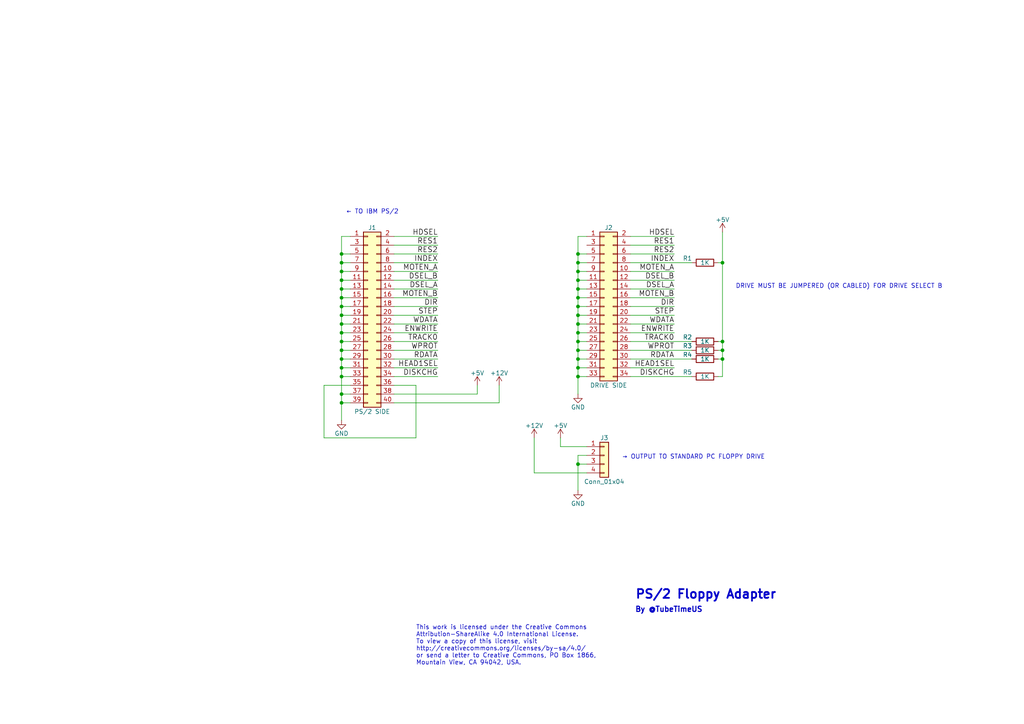
<source format=kicad_sch>
(kicad_sch (version 20230121) (generator eeschema)
  (paper "A4")
  (lib_symbols
    (symbol "Connector_Generic:Conn_01x04" (pin_names (offset 1.016) hide)
      (property "Reference" "J" (at 0 5.08 0))
      (property "Value" "Conn_01x04" (at 0 -7.62 0))
      (symbol "Conn_01x04_1_1"
        (rectangle (start -1.27 -4.953) (end 0 -5.207) (stroke (width 0.1524)))
        (rectangle (start -1.27 -2.413) (end 0 -2.667) (stroke (width 0.1524)))
        (rectangle (start -1.27 0.127) (end 0 -0.127) (stroke (width 0.1524)))
        (rectangle (start -1.27 2.667) (end 0 2.413) (stroke (width 0.1524)))
        (rectangle (start -1.27 3.81) (end 1.27 -6.35) (stroke (width 0.254)) (fill (type background)))
        (pin passive line (at -5.08 2.54 0) (length 3.81) (name "Pin_1") (number "1"))
        (pin passive line (at -5.08 0 0) (length 3.81) (name "Pin_2") (number "2"))
        (pin passive line (at -5.08 -2.54 0) (length 3.81) (name "Pin_3") (number "3"))
        (pin passive line (at -5.08 -5.08 0) (length 3.81) (name "Pin_4") (number "4"))
      )
    )
    (symbol "Connector_Generic:Conn_02x17_Odd_Even" (pin_names (offset 1.016) hide)
      (property "Reference" "J" (at 1.27 22.86 0))
      (property "Value" "Conn_02x17_Odd_Even" (at 1.27 -22.86 0))
      (symbol "Conn_02x17_Odd_Even_1_1"
        (rectangle (start -1.27 -20.193) (end 0 -20.447) (stroke (width 0.1524)))
        (rectangle (start -1.27 -17.653) (end 0 -17.907) (stroke (width 0.1524)))
        (rectangle (start -1.27 -15.113) (end 0 -15.367) (stroke (width 0.1524)))
        (rectangle (start -1.27 -12.573) (end 0 -12.827) (stroke (width 0.1524)))
        (rectangle (start -1.27 -10.033) (end 0 -10.287) (stroke (width 0.1524)))
        (rectangle (start -1.27 -7.493) (end 0 -7.747) (stroke (width 0.1524)))
        (rectangle (start -1.27 -4.953) (end 0 -5.207) (stroke (width 0.1524)))
        (rectangle (start -1.27 -2.413) (end 0 -2.667) (stroke (width 0.1524)))
        (rectangle (start -1.27 0.127) (end 0 -0.127) (stroke (width 0.1524)))
        (rectangle (start -1.27 2.667) (end 0 2.413) (stroke (width 0.1524)))
        (rectangle (start -1.27 5.207) (end 0 4.953) (stroke (width 0.1524)))
        (rectangle (start -1.27 7.747) (end 0 7.493) (stroke (width 0.1524)))
        (rectangle (start -1.27 10.287) (end 0 10.033) (stroke (width 0.1524)))
        (rectangle (start -1.27 12.827) (end 0 12.573) (stroke (width 0.1524)))
        (rectangle (start -1.27 15.367) (end 0 15.113) (stroke (width 0.1524)))
        (rectangle (start -1.27 17.907) (end 0 17.653) (stroke (width 0.1524)))
        (rectangle (start -1.27 20.447) (end 0 20.193) (stroke (width 0.1524)))
        (rectangle (start -1.27 21.59) (end 3.81 -21.59) (stroke (width 0.254)) (fill (type background)))
        (rectangle (start 3.81 -20.193) (end 2.54 -20.447) (stroke (width 0.1524)))
        (rectangle (start 3.81 -17.653) (end 2.54 -17.907) (stroke (width 0.1524)))
        (rectangle (start 3.81 -15.113) (end 2.54 -15.367) (stroke (width 0.1524)))
        (rectangle (start 3.81 -12.573) (end 2.54 -12.827) (stroke (width 0.1524)))
        (rectangle (start 3.81 -10.033) (end 2.54 -10.287) (stroke (width 0.1524)))
        (rectangle (start 3.81 -7.493) (end 2.54 -7.747) (stroke (width 0.1524)))
        (rectangle (start 3.81 -4.953) (end 2.54 -5.207) (stroke (width 0.1524)))
        (rectangle (start 3.81 -2.413) (end 2.54 -2.667) (stroke (width 0.1524)))
        (rectangle (start 3.81 0.127) (end 2.54 -0.127) (stroke (width 0.1524)))
        (rectangle (start 3.81 2.667) (end 2.54 2.413) (stroke (width 0.1524)))
        (rectangle (start 3.81 5.207) (end 2.54 4.953) (stroke (width 0.1524)))
        (rectangle (start 3.81 7.747) (end 2.54 7.493) (stroke (width 0.1524)))
        (rectangle (start 3.81 10.287) (end 2.54 10.033) (stroke (width 0.1524)))
        (rectangle (start 3.81 12.827) (end 2.54 12.573) (stroke (width 0.1524)))
        (rectangle (start 3.81 15.367) (end 2.54 15.113) (stroke (width 0.1524)))
        (rectangle (start 3.81 17.907) (end 2.54 17.653) (stroke (width 0.1524)))
        (rectangle (start 3.81 20.447) (end 2.54 20.193) (stroke (width 0.1524)))
        (pin passive line (at -5.08 20.32 0) (length 3.81) (name "Pin_1") (number "1"))
        (pin passive line (at 7.62 10.16 180) (length 3.81) (name "Pin_10") (number "10"))
        (pin passive line (at -5.08 7.62 0) (length 3.81) (name "Pin_11") (number "11"))
        (pin passive line (at 7.62 7.62 180) (length 3.81) (name "Pin_12") (number "12"))
        (pin passive line (at -5.08 5.08 0) (length 3.81) (name "Pin_13") (number "13"))
        (pin passive line (at 7.62 5.08 180) (length 3.81) (name "Pin_14") (number "14"))
        (pin passive line (at -5.08 2.54 0) (length 3.81) (name "Pin_15") (number "15"))
        (pin passive line (at 7.62 2.54 180) (length 3.81) (name "Pin_16") (number "16"))
        (pin passive line (at -5.08 0 0) (length 3.81) (name "Pin_17") (number "17"))
        (pin passive line (at 7.62 0 180) (length 3.81) (name "Pin_18") (number "18"))
        (pin passive line (at -5.08 -2.54 0) (length 3.81) (name "Pin_19") (number "19"))
        (pin passive line (at 7.62 20.32 180) (length 3.81) (name "Pin_2") (number "2"))
        (pin passive line (at 7.62 -2.54 180) (length 3.81) (name "Pin_20") (number "20"))
        (pin passive line (at -5.08 -5.08 0) (length 3.81) (name "Pin_21") (number "21"))
        (pin passive line (at 7.62 -5.08 180) (length 3.81) (name "Pin_22") (number "22"))
        (pin passive line (at -5.08 -7.62 0) (length 3.81) (name "Pin_23") (number "23"))
        (pin passive line (at 7.62 -7.62 180) (length 3.81) (name "Pin_24") (number "24"))
        (pin passive line (at -5.08 -10.16 0) (length 3.81) (name "Pin_25") (number "25"))
        (pin passive line (at 7.62 -10.16 180) (length 3.81) (name "Pin_26") (number "26"))
        (pin passive line (at -5.08 -12.7 0) (length 3.81) (name "Pin_27") (number "27"))
        (pin passive line (at 7.62 -12.7 180) (length 3.81) (name "Pin_28") (number "28"))
        (pin passive line (at -5.08 -15.24 0) (length 3.81) (name "Pin_29") (number "29"))
        (pin passive line (at -5.08 17.78 0) (length 3.81) (name "Pin_3") (number "3"))
        (pin passive line (at 7.62 -15.24 180) (length 3.81) (name "Pin_30") (number "30"))
        (pin passive line (at -5.08 -17.78 0) (length 3.81) (name "Pin_31") (number "31"))
        (pin passive line (at 7.62 -17.78 180) (length 3.81) (name "Pin_32") (number "32"))
        (pin passive line (at -5.08 -20.32 0) (length 3.81) (name "Pin_33") (number "33"))
        (pin passive line (at 7.62 -20.32 180) (length 3.81) (name "Pin_34") (number "34"))
        (pin passive line (at 7.62 17.78 180) (length 3.81) (name "Pin_4") (number "4"))
        (pin passive line (at -5.08 15.24 0) (length 3.81) (name "Pin_5") (number "5"))
        (pin passive line (at 7.62 15.24 180) (length 3.81) (name "Pin_6") (number "6"))
        (pin passive line (at -5.08 12.7 0) (length 3.81) (name "Pin_7") (number "7"))
        (pin passive line (at 7.62 12.7 180) (length 3.81) (name "Pin_8") (number "8"))
        (pin passive line (at -5.08 10.16 0) (length 3.81) (name "Pin_9") (number "9"))
      )
    )
    (symbol "Connector_Generic:Conn_02x20_Odd_Even" (pin_names (offset 1.016) hide)
      (property "Reference" "J" (at 1.27 25.4 0))
      (property "Value" "Conn_02x20_Odd_Even" (at 1.27 -27.94 0))
      (symbol "Conn_02x20_Odd_Even_1_1"
        (rectangle (start -1.27 -25.273) (end 0 -25.527) (stroke (width 0.1524)))
        (rectangle (start -1.27 -22.733) (end 0 -22.987) (stroke (width 0.1524)))
        (rectangle (start -1.27 -20.193) (end 0 -20.447) (stroke (width 0.1524)))
        (rectangle (start -1.27 -17.653) (end 0 -17.907) (stroke (width 0.1524)))
        (rectangle (start -1.27 -15.113) (end 0 -15.367) (stroke (width 0.1524)))
        (rectangle (start -1.27 -12.573) (end 0 -12.827) (stroke (width 0.1524)))
        (rectangle (start -1.27 -10.033) (end 0 -10.287) (stroke (width 0.1524)))
        (rectangle (start -1.27 -7.493) (end 0 -7.747) (stroke (width 0.1524)))
        (rectangle (start -1.27 -4.953) (end 0 -5.207) (stroke (width 0.1524)))
        (rectangle (start -1.27 -2.413) (end 0 -2.667) (stroke (width 0.1524)))
        (rectangle (start -1.27 0.127) (end 0 -0.127) (stroke (width 0.1524)))
        (rectangle (start -1.27 2.667) (end 0 2.413) (stroke (width 0.1524)))
        (rectangle (start -1.27 5.207) (end 0 4.953) (stroke (width 0.1524)))
        (rectangle (start -1.27 7.747) (end 0 7.493) (stroke (width 0.1524)))
        (rectangle (start -1.27 10.287) (end 0 10.033) (stroke (width 0.1524)))
        (rectangle (start -1.27 12.827) (end 0 12.573) (stroke (width 0.1524)))
        (rectangle (start -1.27 15.367) (end 0 15.113) (stroke (width 0.1524)))
        (rectangle (start -1.27 17.907) (end 0 17.653) (stroke (width 0.1524)))
        (rectangle (start -1.27 20.447) (end 0 20.193) (stroke (width 0.1524)))
        (rectangle (start -1.27 22.987) (end 0 22.733) (stroke (width 0.1524)))
        (rectangle (start -1.27 24.13) (end 3.81 -26.67) (stroke (width 0.254)) (fill (type background)))
        (rectangle (start 3.81 -25.273) (end 2.54 -25.527) (stroke (width 0.1524)))
        (rectangle (start 3.81 -22.733) (end 2.54 -22.987) (stroke (width 0.1524)))
        (rectangle (start 3.81 -20.193) (end 2.54 -20.447) (stroke (width 0.1524)))
        (rectangle (start 3.81 -17.653) (end 2.54 -17.907) (stroke (width 0.1524)))
        (rectangle (start 3.81 -15.113) (end 2.54 -15.367) (stroke (width 0.1524)))
        (rectangle (start 3.81 -12.573) (end 2.54 -12.827) (stroke (width 0.1524)))
        (rectangle (start 3.81 -10.033) (end 2.54 -10.287) (stroke (width 0.1524)))
        (rectangle (start 3.81 -7.493) (end 2.54 -7.747) (stroke (width 0.1524)))
        (rectangle (start 3.81 -4.953) (end 2.54 -5.207) (stroke (width 0.1524)))
        (rectangle (start 3.81 -2.413) (end 2.54 -2.667) (stroke (width 0.1524)))
        (rectangle (start 3.81 0.127) (end 2.54 -0.127) (stroke (width 0.1524)))
        (rectangle (start 3.81 2.667) (end 2.54 2.413) (stroke (width 0.1524)))
        (rectangle (start 3.81 5.207) (end 2.54 4.953) (stroke (width 0.1524)))
        (rectangle (start 3.81 7.747) (end 2.54 7.493) (stroke (width 0.1524)))
        (rectangle (start 3.81 10.287) (end 2.54 10.033) (stroke (width 0.1524)))
        (rectangle (start 3.81 12.827) (end 2.54 12.573) (stroke (width 0.1524)))
        (rectangle (start 3.81 15.367) (end 2.54 15.113) (stroke (width 0.1524)))
        (rectangle (start 3.81 17.907) (end 2.54 17.653) (stroke (width 0.1524)))
        (rectangle (start 3.81 20.447) (end 2.54 20.193) (stroke (width 0.1524)))
        (rectangle (start 3.81 22.987) (end 2.54 22.733) (stroke (width 0.1524)))
        (pin passive line (at -5.08 22.86 0) (length 3.81) (name "Pin_1") (number "1"))
        (pin passive line (at 7.62 12.7 180) (length 3.81) (name "Pin_10") (number "10"))
        (pin passive line (at -5.08 10.16 0) (length 3.81) (name "Pin_11") (number "11"))
        (pin passive line (at 7.62 10.16 180) (length 3.81) (name "Pin_12") (number "12"))
        (pin passive line (at -5.08 7.62 0) (length 3.81) (name "Pin_13") (number "13"))
        (pin passive line (at 7.62 7.62 180) (length 3.81) (name "Pin_14") (number "14"))
        (pin passive line (at -5.08 5.08 0) (length 3.81) (name "Pin_15") (number "15"))
        (pin passive line (at 7.62 5.08 180) (length 3.81) (name "Pin_16") (number "16"))
        (pin passive line (at -5.08 2.54 0) (length 3.81) (name "Pin_17") (number "17"))
        (pin passive line (at 7.62 2.54 180) (length 3.81) (name "Pin_18") (number "18"))
        (pin passive line (at -5.08 0 0) (length 3.81) (name "Pin_19") (number "19"))
        (pin passive line (at 7.62 22.86 180) (length 3.81) (name "Pin_2") (number "2"))
        (pin passive line (at 7.62 0 180) (length 3.81) (name "Pin_20") (number "20"))
        (pin passive line (at -5.08 -2.54 0) (length 3.81) (name "Pin_21") (number "21"))
        (pin passive line (at 7.62 -2.54 180) (length 3.81) (name "Pin_22") (number "22"))
        (pin passive line (at -5.08 -5.08 0) (length 3.81) (name "Pin_23") (number "23"))
        (pin passive line (at 7.62 -5.08 180) (length 3.81) (name "Pin_24") (number "24"))
        (pin passive line (at -5.08 -7.62 0) (length 3.81) (name "Pin_25") (number "25"))
        (pin passive line (at 7.62 -7.62 180) (length 3.81) (name "Pin_26") (number "26"))
        (pin passive line (at -5.08 -10.16 0) (length 3.81) (name "Pin_27") (number "27"))
        (pin passive line (at 7.62 -10.16 180) (length 3.81) (name "Pin_28") (number "28"))
        (pin passive line (at -5.08 -12.7 0) (length 3.81) (name "Pin_29") (number "29"))
        (pin passive line (at -5.08 20.32 0) (length 3.81) (name "Pin_3") (number "3"))
        (pin passive line (at 7.62 -12.7 180) (length 3.81) (name "Pin_30") (number "30"))
        (pin passive line (at -5.08 -15.24 0) (length 3.81) (name "Pin_31") (number "31"))
        (pin passive line (at 7.62 -15.24 180) (length 3.81) (name "Pin_32") (number "32"))
        (pin passive line (at -5.08 -17.78 0) (length 3.81) (name "Pin_33") (number "33"))
        (pin passive line (at 7.62 -17.78 180) (length 3.81) (name "Pin_34") (number "34"))
        (pin passive line (at -5.08 -20.32 0) (length 3.81) (name "Pin_35") (number "35"))
        (pin passive line (at 7.62 -20.32 180) (length 3.81) (name "Pin_36") (number "36"))
        (pin passive line (at -5.08 -22.86 0) (length 3.81) (name "Pin_37") (number "37"))
        (pin passive line (at 7.62 -22.86 180) (length 3.81) (name "Pin_38") (number "38"))
        (pin passive line (at -5.08 -25.4 0) (length 3.81) (name "Pin_39") (number "39"))
        (pin passive line (at 7.62 20.32 180) (length 3.81) (name "Pin_4") (number "4"))
        (pin passive line (at 7.62 -25.4 180) (length 3.81) (name "Pin_40") (number "40"))
        (pin passive line (at -5.08 17.78 0) (length 3.81) (name "Pin_5") (number "5"))
        (pin passive line (at 7.62 17.78 180) (length 3.81) (name "Pin_6") (number "6"))
        (pin passive line (at -5.08 15.24 0) (length 3.81) (name "Pin_7") (number "7"))
        (pin passive line (at 7.62 15.24 180) (length 3.81) (name "Pin_8") (number "8"))
        (pin passive line (at -5.08 12.7 0) (length 3.81) (name "Pin_9") (number "9"))
      )
    )
    (symbol "Device:R" (pin_numbers hide) (pin_names (offset 0))
      (property "Reference" "R" (at 2.032 0 90))
      (property "Value" "R" (at 0 0 90))
      (symbol "R_0_1"
        (rectangle (start -1.016 -2.54) (end 1.016 2.54) (stroke (width 0.254)))
      )
      (symbol "R_1_1"
        (pin passive line (at 0 3.81 270) (length 1.27) (name "~") (number "1"))
        (pin passive line (at 0 -3.81 90) (length 1.27) (name "~") (number "2"))
      )
    )
    (symbol "power:+12V" (power) (pin_names (offset 0))
      (property "Value" "+12V" (at 0 3.556 0))
      (symbol "+12V_0_1"
        (polyline (pts (xy -0.762 1.27) (xy 0 2.54)))
        (polyline (pts (xy 0 0) (xy 0 2.54)))
        (polyline (pts (xy 0 2.54) (xy 0.762 1.27)))
      )
      (symbol "+12V_1_1"
        (pin power_in line (at 0 0 90) (length 0) hide (name "+12V") (number "1"))
      )
    )
    (symbol "power:+5V" (power) (pin_names (offset 0))
      (property "Value" "+5V" (at 0 3.556 0))
      (symbol "+5V_0_1"
        (polyline (pts (xy -0.762 1.27) (xy 0 2.54)))
        (polyline (pts (xy 0 0) (xy 0 2.54)))
        (polyline (pts (xy 0 2.54) (xy 0.762 1.27)))
      )
      (symbol "+5V_1_1"
        (pin power_in line (at 0 0 90) (length 0) hide (name "+5V") (number "1"))
      )
    )
    (symbol "power:GND" (power) (pin_names (offset 0))
      (property "Value" "GND" (at 0 -3.81 0))
      (symbol "GND_0_1"
        (polyline (pts (xy 0 0) (xy 0 -1.27) (xy 1.27 -1.27) (xy 0 -2.54) (xy -1.27 -1.27) (xy 0 -1.27)))
      )
      (symbol "GND_1_1"
        (pin power_in line (at 0 0 270) (length 0) hide (name "GND") (number "1"))
      )
    )
  )
  (junction (at 209.55 99.06))
  (junction (at 167.64 91.44))
  (junction (at 167.64 99.06))
  (junction (at 209.55 76.2))
  (junction (at 167.64 73.66))
  (junction (at 99.06 93.98))
  (junction (at 167.64 83.82))
  (junction (at 99.06 116.84))
  (junction (at 167.64 78.74))
  (junction (at 167.64 86.36))
  (junction (at 209.55 104.14))
  (junction (at 99.06 109.22))
  (junction (at 99.06 83.82))
  (junction (at 99.06 96.52))
  (junction (at 99.06 101.6))
  (junction (at 167.64 109.22))
  (junction (at 99.06 78.74))
  (junction (at 99.06 114.3))
  (junction (at 167.64 76.2))
  (junction (at 99.06 88.9))
  (junction (at 167.64 81.28))
  (junction (at 99.06 86.36))
  (junction (at 99.06 99.06))
  (junction (at 167.64 96.52))
  (junction (at 167.64 134.62))
  (junction (at 167.64 88.9))
  (junction (at 167.64 93.98))
  (junction (at 99.06 81.28))
  (junction (at 99.06 106.68))
  (junction (at 167.64 106.68))
  (junction (at 167.64 104.14))
  (junction (at 167.64 101.6))
  (junction (at 99.06 104.14))
  (junction (at 99.06 76.2))
  (junction (at 99.06 73.66))
  (junction (at 209.55 101.6))
  (junction (at 99.06 91.44))
  (wire (pts (xy 182.88 76.2) (xy 200.66 76.2)))
  (wire (pts (xy 208.28 76.2) (xy 209.55 76.2)))
  (wire (pts (xy 170.18 86.36) (xy 167.64 86.36)))
  (wire (pts (xy 182.88 104.14) (xy 200.66 104.14)))
  (wire (pts (xy 99.06 86.36) (xy 99.06 88.9)))
  (wire (pts (xy 208.28 109.22) (xy 209.55 109.22)))
  (wire (pts (xy 182.88 106.68) (xy 195.58 106.68)))
  (wire (pts (xy 167.64 91.44) (xy 167.64 93.98)))
  (wire (pts (xy 99.06 73.66) (xy 99.06 76.2)))
  (wire (pts (xy 114.3 96.52) (xy 127 96.52)))
  (wire (pts (xy 114.3 73.66) (xy 127 73.66)))
  (wire (pts (xy 167.64 101.6) (xy 167.64 104.14)))
  (wire (pts (xy 154.94 137.16) (xy 154.94 127)))
  (wire (pts (xy 99.06 114.3) (xy 99.06 116.84)))
  (wire (pts (xy 101.6 101.6) (xy 99.06 101.6)))
  (wire (pts (xy 209.55 104.14) (xy 209.55 101.6)))
  (wire (pts (xy 208.28 99.06) (xy 209.55 99.06)))
  (wire (pts (xy 182.88 68.58) (xy 195.58 68.58)))
  (wire (pts (xy 120.65 111.76) (xy 120.65 127)))
  (wire (pts (xy 99.06 81.28) (xy 99.06 83.82)))
  (wire (pts (xy 99.06 76.2) (xy 99.06 78.74)))
  (wire (pts (xy 167.64 132.08) (xy 167.64 134.62)))
  (wire (pts (xy 138.43 114.3) (xy 138.43 111.76)))
  (wire (pts (xy 167.64 96.52) (xy 167.64 99.06)))
  (wire (pts (xy 99.06 68.58) (xy 99.06 73.66)))
  (wire (pts (xy 182.88 91.44) (xy 195.58 91.44)))
  (wire (pts (xy 170.18 73.66) (xy 167.64 73.66)))
  (wire (pts (xy 208.28 104.14) (xy 209.55 104.14)))
  (wire (pts (xy 99.06 109.22) (xy 99.06 114.3)))
  (wire (pts (xy 114.3 104.14) (xy 127 104.14)))
  (wire (pts (xy 114.3 91.44) (xy 127 91.44)))
  (wire (pts (xy 167.64 106.68) (xy 167.64 109.22)))
  (wire (pts (xy 114.3 81.28) (xy 127 81.28)))
  (wire (pts (xy 170.18 109.22) (xy 167.64 109.22)))
  (wire (pts (xy 99.06 106.68) (xy 99.06 109.22)))
  (wire (pts (xy 167.64 68.58) (xy 167.64 73.66)))
  (wire (pts (xy 99.06 78.74) (xy 99.06 81.28)))
  (wire (pts (xy 209.55 76.2) (xy 209.55 67.31)))
  (wire (pts (xy 170.18 106.68) (xy 167.64 106.68)))
  (wire (pts (xy 99.06 104.14) (xy 99.06 106.68)))
  (wire (pts (xy 182.88 73.66) (xy 195.58 73.66)))
  (wire (pts (xy 101.6 116.84) (xy 99.06 116.84)))
  (wire (pts (xy 170.18 88.9) (xy 167.64 88.9)))
  (wire (pts (xy 101.6 106.68) (xy 99.06 106.68)))
  (wire (pts (xy 170.18 132.08) (xy 167.64 132.08)))
  (wire (pts (xy 182.88 81.28) (xy 195.58 81.28)))
  (wire (pts (xy 144.78 116.84) (xy 144.78 111.76)))
  (wire (pts (xy 114.3 111.76) (xy 120.65 111.76)))
  (wire (pts (xy 101.6 104.14) (xy 99.06 104.14)))
  (wire (pts (xy 167.64 78.74) (xy 167.64 81.28)))
  (wire (pts (xy 167.64 76.2) (xy 167.64 78.74)))
  (wire (pts (xy 170.18 134.62) (xy 167.64 134.62)))
  (wire (pts (xy 101.6 91.44) (xy 99.06 91.44)))
  (wire (pts (xy 101.6 81.28) (xy 99.06 81.28)))
  (wire (pts (xy 114.3 78.74) (xy 127 78.74)))
  (wire (pts (xy 114.3 114.3) (xy 138.43 114.3)))
  (wire (pts (xy 167.64 88.9) (xy 167.64 91.44)))
  (wire (pts (xy 170.18 96.52) (xy 167.64 96.52)))
  (wire (pts (xy 182.88 101.6) (xy 200.66 101.6)))
  (wire (pts (xy 167.64 81.28) (xy 167.64 83.82)))
  (wire (pts (xy 101.6 78.74) (xy 99.06 78.74)))
  (wire (pts (xy 120.65 127) (xy 93.98 127)))
  (wire (pts (xy 182.88 96.52) (xy 195.58 96.52)))
  (wire (pts (xy 182.88 86.36) (xy 195.58 86.36)))
  (wire (pts (xy 114.3 93.98) (xy 127 93.98)))
  (wire (pts (xy 170.18 91.44) (xy 167.64 91.44)))
  (wire (pts (xy 101.6 109.22) (xy 99.06 109.22)))
  (wire (pts (xy 99.06 91.44) (xy 99.06 93.98)))
  (wire (pts (xy 101.6 93.98) (xy 99.06 93.98)))
  (wire (pts (xy 99.06 116.84) (xy 99.06 121.92)))
  (wire (pts (xy 101.6 73.66) (xy 99.06 73.66)))
  (wire (pts (xy 182.88 88.9) (xy 195.58 88.9)))
  (wire (pts (xy 170.18 81.28) (xy 167.64 81.28)))
  (wire (pts (xy 182.88 93.98) (xy 195.58 93.98)))
  (wire (pts (xy 209.55 101.6) (xy 209.55 99.06)))
  (wire (pts (xy 101.6 83.82) (xy 99.06 83.82)))
  (wire (pts (xy 182.88 71.12) (xy 195.58 71.12)))
  (wire (pts (xy 209.55 109.22) (xy 209.55 104.14)))
  (wire (pts (xy 93.98 111.76) (xy 101.6 111.76)))
  (wire (pts (xy 114.3 83.82) (xy 127 83.82)))
  (wire (pts (xy 101.6 114.3) (xy 99.06 114.3)))
  (wire (pts (xy 167.64 134.62) (xy 167.64 142.24)))
  (wire (pts (xy 101.6 99.06) (xy 99.06 99.06)))
  (wire (pts (xy 167.64 86.36) (xy 167.64 88.9)))
  (wire (pts (xy 99.06 93.98) (xy 99.06 96.52)))
  (wire (pts (xy 182.88 99.06) (xy 200.66 99.06)))
  (wire (pts (xy 167.64 109.22) (xy 167.64 114.3)))
  (wire (pts (xy 170.18 93.98) (xy 167.64 93.98)))
  (wire (pts (xy 93.98 127) (xy 93.98 111.76)))
  (wire (pts (xy 170.18 99.06) (xy 167.64 99.06)))
  (wire (pts (xy 167.64 93.98) (xy 167.64 96.52)))
  (wire (pts (xy 162.56 129.54) (xy 162.56 127)))
  (wire (pts (xy 182.88 78.74) (xy 195.58 78.74)))
  (wire (pts (xy 101.6 68.58) (xy 99.06 68.58)))
  (wire (pts (xy 114.3 109.22) (xy 127 109.22)))
  (wire (pts (xy 114.3 101.6) (xy 127 101.6)))
  (wire (pts (xy 99.06 83.82) (xy 99.06 86.36)))
  (wire (pts (xy 101.6 76.2) (xy 99.06 76.2)))
  (wire (pts (xy 114.3 99.06) (xy 127 99.06)))
  (wire (pts (xy 101.6 86.36) (xy 99.06 86.36)))
  (wire (pts (xy 170.18 104.14) (xy 167.64 104.14)))
  (wire (pts (xy 170.18 101.6) (xy 167.64 101.6)))
  (wire (pts (xy 170.18 83.82) (xy 167.64 83.82)))
  (wire (pts (xy 114.3 68.58) (xy 127 68.58)))
  (wire (pts (xy 167.64 99.06) (xy 167.64 101.6)))
  (wire (pts (xy 99.06 96.52) (xy 99.06 99.06)))
  (wire (pts (xy 208.28 101.6) (xy 209.55 101.6)))
  (wire (pts (xy 170.18 76.2) (xy 167.64 76.2)))
  (wire (pts (xy 209.55 99.06) (xy 209.55 76.2)))
  (wire (pts (xy 114.3 106.68) (xy 127 106.68)))
  (wire (pts (xy 99.06 88.9) (xy 99.06 91.44)))
  (wire (pts (xy 99.06 99.06) (xy 99.06 101.6)))
  (wire (pts (xy 170.18 78.74) (xy 167.64 78.74)))
  (wire (pts (xy 101.6 96.52) (xy 99.06 96.52)))
  (wire (pts (xy 114.3 88.9) (xy 127 88.9)))
  (wire (pts (xy 114.3 116.84) (xy 144.78 116.84)))
  (wire (pts (xy 170.18 137.16) (xy 154.94 137.16)))
  (wire (pts (xy 170.18 68.58) (xy 167.64 68.58)))
  (wire (pts (xy 114.3 71.12) (xy 127 71.12)))
  (wire (pts (xy 167.64 83.82) (xy 167.64 86.36)))
  (wire (pts (xy 114.3 76.2) (xy 127 76.2)))
  (wire (pts (xy 182.88 83.82) (xy 195.58 83.82)))
  (wire (pts (xy 99.06 101.6) (xy 99.06 104.14)))
  (wire (pts (xy 114.3 86.36) (xy 127 86.36)))
  (wire (pts (xy 182.88 109.22) (xy 200.66 109.22)))
  (wire (pts (xy 101.6 88.9) (xy 99.06 88.9)))
  (wire (pts (xy 167.64 73.66) (xy 167.64 76.2)))
  (wire (pts (xy 170.18 129.54) (xy 162.56 129.54)))
  (wire (pts (xy 167.64 104.14) (xy 167.64 106.68)))
  (text "← TO IBM PS/2" (at 100.33 62.23 0) (effects (font (size 1.27 1.27)) (justify left bottom)))
  (text "DRIVE MUST BE JUMPERED (OR CABLED) FOR DRIVE SELECT B" (at 213.36 83.82 0) (effects (font (size 1.27 1.27)) (justify left bottom)))
  (text "→ OUTPUT TO STANDARD PC FLOPPY DRIVE" (at 180.34 133.35 0) (effects (font (size 1.27 1.27)) (justify left bottom)))
  (text "By @TubeTimeUS" (at 184.15 177.8 0) (effects (font (size 1.524 1.524) (thickness 0.3048) bold) (justify left bottom)))
  (text "This work is licensed under the Creative Commons\nAttribution-ShareAlike 4.0 International License.\nTo view a copy of this license, visit \nhttp://creativecommons.org/licenses/by-sa/4.0/\nor send a letter to Creative Commons, PO Box 1866,\nMountain View, CA 94042, USA." (at 120.65 193.04 0) (effects (font (size 1.27 1.27)) (justify left bottom)))
  (text "PS/2 Floppy Adapter" (at 184.15 173.99 0) (effects (font (size 2.54 2.54) (thickness 0.508) bold) (justify left bottom)))
  (label "RES1" (at 127 71.12 180) (effects (font (size 1.524 1.524))))
  (label "HEAD1SEL" (at 127 106.68 180) (effects (font (size 1.524 1.524))))
  (label "DSEL_B" (at 127 81.28 180) (effects (font (size 1.524 1.524))))
  (label "STEP" (at 195.58 91.44 180) (effects (font (size 1.524 1.524))))
  (label "RDATA" (at 127 104.14 180) (effects (font (size 1.524 1.524))))
  (label "RES1" (at 195.58 71.12 180) (effects (font (size 1.524 1.524))))
  (label "HDSEL" (at 127 68.58 180) (effects (font (size 1.524 1.524))))
  (label "STEP" (at 127 91.44 180) (effects (font (size 1.524 1.524))))
  (label "DIR" (at 127 88.9 180) (effects (font (size 1.524 1.524))))
  (label "MOTEN_B" (at 127 86.36 180) (effects (font (size 1.524 1.524))))
  (label "DSEL_B" (at 195.58 81.28 180) (effects (font (size 1.524 1.524))))
  (label "DSEL_A" (at 127 83.82 180) (effects (font (size 1.524 1.524))))
  (label "HDSEL" (at 195.58 68.58 180) (effects (font (size 1.524 1.524))))
  (label "WPROT" (at 127 101.6 180) (effects (font (size 1.524 1.524))))
  (label "RES2" (at 195.58 73.66 180) (effects (font (size 1.524 1.524))))
  (label "WDATA" (at 195.58 93.98 180) (effects (font (size 1.524 1.524))))
  (label "ENWRITE" (at 195.58 96.52 180) (effects (font (size 1.524 1.524))))
  (label "TRACK0" (at 195.58 99.06 180) (effects (font (size 1.524 1.524))))
  (label "DISKCHG" (at 127 109.22 180) (effects (font (size 1.524 1.524))))
  (label "INDEX" (at 195.58 76.2 180) (effects (font (size 1.524 1.524))))
  (label "DIR" (at 195.58 88.9 180) (effects (font (size 1.524 1.524))))
  (label "DSEL_A" (at 195.58 83.82 180) (effects (font (size 1.524 1.524))))
  (label "WPROT" (at 195.58 101.6 180) (effects (font (size 1.524 1.524))))
  (label "TRACK0" (at 127 99.06 180) (effects (font (size 1.524 1.524))))
  (label "MOTEN_A" (at 127 78.74 180) (effects (font (size 1.524 1.524))))
  (label "DISKCHG" (at 195.58 109.22 180) (effects (font (size 1.524 1.524))))
  (label "ENWRITE" (at 127 96.52 180) (effects (font (size 1.524 1.524))))
  (label "MOTEN_A" (at 195.58 78.74 180) (effects (font (size 1.524 1.524))))
  (label "HEAD1SEL" (at 195.58 106.68 180) (effects (font (size 1.524 1.524))))
  (label "WDATA" (at 127 93.98 180) (effects (font (size 1.524 1.524))))
  (label "RES2" (at 127 73.66 180) (effects (font (size 1.524 1.524))))
  (label "INDEX" (at 127 76.2 180) (effects (font (size 1.524 1.524))))
  (label "RDATA" (at 195.58 104.14 180) (effects (font (size 1.524 1.524))))
  (label "MOTEN_B" (at 195.58 86.36 180) (effects (font (size 1.524 1.524))))
  (symbol (lib_id "Connector_Generic:Conn_02x17_Odd_Even") (at 175.26 88.9 0) (unit 1)
    (property "Reference" "J2" (at 176.53 66.04 0))
    (property "Value" "DRIVE SIDE" (at 176.53 111.76 0))
    (property "Footprint" "Pin_Headers:Pin_Header_Straight_2x17_Pitch2.54mm" (effects hide))
  )
  (symbol (lib_id "Connector_Generic:Conn_02x20_Odd_Even") (at 106.68 91.44 0) (unit 1)
    (property "Reference" "J1" (at 107.95 66.04 0))
    (property "Value" "PS/2 SIDE" (at 107.95 119.38 0))
    (property "Footprint" "Conn:EDGE_FLOPPY40" (effects hide))
  )
  (symbol (lib_id "Connector_Generic:Conn_01x04") (at 175.26 132.08 0) (unit 1)
    (property "Reference" "J3" (at 175.26 127 0))
    (property "Value" "Conn_01x04" (at 175.26 139.7 0))
    (property "Footprint" "Pin_Headers:Pin_Header_Straight_1x04_Pitch2.54mm" (effects hide))
  )
  (symbol (lib_id "power:GND") (at 99.06 121.92 0) (unit 1)
    (property "Reference" "#PWR1" (effects hide))
    (property "Value" "GND" (at 99.06 125.73 0))
  )
  (symbol (lib_id "power:+12V") (at 144.78 111.76 0) (unit 1)
    (property "Reference" "#PWR3" (effects hide))
    (property "Value" "+12V" (at 144.78 108.204 0))
  )
  (symbol (lib_id "power:+5V") (at 138.43 111.76 0) (unit 1)
    (property "Reference" "#PWR2" (effects hide))
    (property "Value" "+5V" (at 138.43 108.204 0))
  )
  (symbol (lib_id "power:GND") (at 167.64 142.24 0) (unit 1)
    (property "Reference" "#PWR7" (effects hide))
    (property "Value" "GND" (at 167.64 146.05 0))
  )
  (symbol (lib_id "power:+5V") (at 162.56 127 0) (unit 1)
    (property "Reference" "#PWR5" (effects hide))
    (property "Value" "+5V" (at 162.56 123.444 0))
  )
  (symbol (lib_id "power:+12V") (at 154.94 127 0) (unit 1)
    (property "Reference" "#PWR4" (effects hide))
    (property "Value" "+12V" (at 154.94 123.444 0))
  )
  (symbol (lib_id "power:GND") (at 167.64 114.3 0) (unit 1)
    (property "Reference" "#PWR6" (effects hide))
    (property "Value" "GND" (at 167.64 118.11 0))
  )
  (symbol (lib_id "Device:R") (at 204.47 76.2 270) (unit 1)
    (property "Reference" "R1" (at 199.39 74.93 90))
    (property "Value" "1K" (at 204.47 76.2 90))
    (property "Footprint" "Passive:RESC1608X55" (effects hide))
  )
  (symbol (lib_id "Device:R") (at 204.47 99.06 270) (unit 1)
    (property "Reference" "R2" (at 199.39 97.79 90))
    (property "Value" "1K" (at 204.47 99.06 90))
    (property "Footprint" "Passive:RESC1608X55" (effects hide))
  )
  (symbol (lib_id "Device:R") (at 204.47 101.6 270) (unit 1)
    (property "Reference" "R3" (at 199.39 100.33 90))
    (property "Value" "1K" (at 204.47 101.6 90))
    (property "Footprint" "Passive:RESC1608X55" (effects hide))
  )
  (symbol (lib_id "Device:R") (at 204.47 104.14 270) (unit 1)
    (property "Reference" "R4" (at 199.39 102.87 90))
    (property "Value" "1K" (at 204.47 104.14 90))
    (property "Footprint" "Passive:RESC1608X55" (effects hide))
  )
  (symbol (lib_id "Device:R") (at 204.47 109.22 270) (unit 1)
    (property "Reference" "R5" (at 199.39 107.95 90))
    (property "Value" "1K" (at 204.47 109.22 90))
    (property "Footprint" "Passive:RESC1608X55" (effects hide))
  )
  (symbol (lib_id "power:+5V") (at 209.55 67.31 0) (unit 1)
    (property "Reference" "#PWR8" (effects hide))
    (property "Value" "+5V" (at 209.55 63.754 0))
  )
)
</source>
